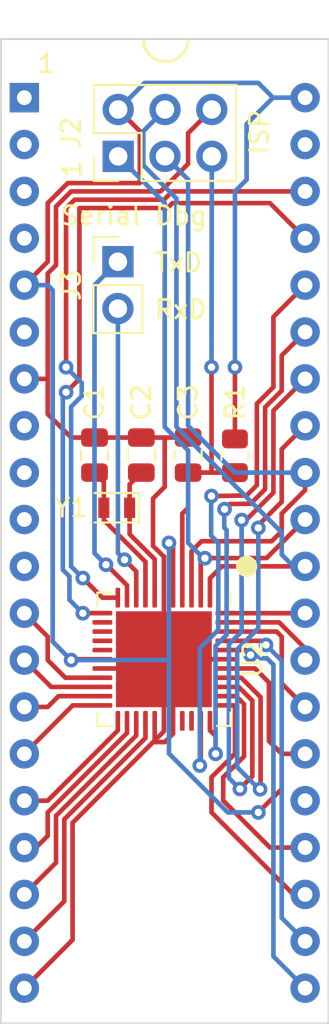
<source format=kicad_pcb>
(kicad_pcb (version 20221018) (generator pcbnew)
  (layers (0 "F.Cu" signal) (31 "B.Cu" signal) (34 "B.Paste" user) (35 "F.Paste" user) (36 "B.SilkS" user "B.Silkscreen") (37 "F.SilkS" user "F.Silkscreen") (38 "B.Mask" user) (39 "F.Mask" user) (44 "Edge.Cuts" user))
  (net 0 "")
  (net 5 "+5V")
  (net 7 "GNDREF")
  (net 14 "Net-(U2-XTAL1)")
  (net 15 "Net-(U2-XTAL2)")
  (net 22 "/RESET")
  (net 23 "/COL7")
  (net 24 "/COL6")
  (net 25 "/COL5")
  (net 26 "/COL4")
  (net 27 "/COL3")
  (net 28 "/COL2")
  (net 29 "/COL1")
  (net 30 "/COL0")
  (net 31 "/ROW0")
  (net 32 "/ROW1")
  (net 33 "/ROW2")
  (net 34 "/ROW3")
  (net 35 "/ROW4")
  (net 36 "/ROW5")
  (net 37 "/ROW6")
  (net 38 "/ROW7")
  (net 39 "/ROW8")
  (net 40 "/ROW9")
  (net 41 "/KB_DATA")
  (net 42 "/KB_CLK")
  (net 43 "/TXD")
  (net 44 "/RXD")
  (net 45 "/OPT")
  (net 46 "/CMD")
  (net 47 "/SHIFT")
  (net 48 "/LOCK")
  (footprint "Capacitor_SMD:C_0805_2012Metric" (layer "F.Cu") (at 147.32 86.68 -90)
    (fp_text reference "C1" (at -2.86 0 90) (layer "F.SilkS"))
    (fp_text value "22p")
    (fp_line (start -0.261252 -0.735) (end 0.261252 -0.735) (stroke (width 0.12)) (layer "F.SilkS"))
    (fp_line (start -0.261252 0.735) (end 0.261252 0.735) (stroke (width 0.12)) (layer "F.SilkS"))
    (pad "1" smd roundrect (at -0.95 0 270) (size 1 1.45) (layers "F.Cu" "F.Paste" "F.Mask") (net 7 "GNDREF"))
    (pad "2" smd roundrect (at 0.95 0 270) (size 1 1.45) (layers "F.Cu" "F.Paste" "F.Mask") (net 14 "Net-(U2-XTAL1)"))
  )
  (footprint "Resistor_SMD:R_0805_2012Metric" (layer "F.Cu") (at 154.94 86.7175 -90)
    (fp_text reference "R1" (at -2.8975 0 90) (layer "F.SilkS"))
    (fp_text value "4k7")
    (fp_line (start -0.227064 -0.735) (end 0.227064 -0.735) (stroke (width 0.12)) (layer "F.SilkS"))
    (fp_line (start -0.227064 0.735) (end 0.227064 0.735) (stroke (width 0.12)) (layer "F.SilkS"))
    (pad "1" smd roundrect (at -0.9125 0 270) (size 1.025 1.4) (layers "F.Cu" "F.Paste" "F.Mask") (roundrect_rratio 0.243902) (net 5 "+5V"))
    (pad "2" smd roundrect (at 0.9125 0 270) (size 1.025 1.4) (layers "F.Cu" "F.Paste" "F.Mask") (roundrect_rratio 0.243902) (net 22 "/RESET"))
  )
  (footprint "Capacitor_SMD:C_0805_2012Metric" (layer "F.Cu") (at 149.86 86.68 -90)
    (fp_text reference "C2" (at -2.86 0 90) (layer "F.SilkS"))
    (fp_text value "22p")
    (fp_line (start -0.261252 -0.735) (end 0.261252 -0.735) (stroke (width 0.12)) (layer "F.SilkS"))
    (fp_line (start -0.261252 0.735) (end 0.261252 0.735) (stroke (width 0.12)) (layer "F.SilkS"))
    (pad "1" smd roundrect (at -0.95 0 270) (size 1 1.45) (layers "F.Cu" "F.Paste" "F.Mask") (net 7 "GNDREF"))
    (pad "2" smd roundrect (at 0.95 0 270) (size 1 1.45) (layers "F.Cu" "F.Paste" "F.Mask") (net 15 "Net-(U2-XTAL2)"))
  )
  (footprint "Capacitor_SMD:C_0805_2012Metric" (layer "F.Cu") (at 152.4 86.68 -90)
    (fp_text reference "C3" (at -2.86 0 90) (layer "F.SilkS"))
    (fp_text value "1u")
    (fp_line (start -0.261252 -0.735) (end 0.261252 -0.735) (stroke (width 0.12)) (layer "F.SilkS"))
    (fp_line (start -0.261252 0.735) (end 0.261252 0.735) (stroke (width 0.12)) (layer "F.SilkS"))
    (pad "1" smd roundrect (at -0.95 0 270) (size 1 1.45) (layers "F.Cu" "F.Paste" "F.Mask") (net 7 "GNDREF"))
    (pad "2" smd roundrect (at 0.95 0 270) (size 1 1.45) (layers "F.Cu" "F.Paste" "F.Mask") (net 22 "/RESET"))
  )
  (footprint "m0110a:Conn_2.54_W15.24mm" (layer "F.Cu") (at 143.51 67.31)
    (fp_text reference "J1" hide)
    (fp_text value "Conn_01x40_Pin")
    (pad "1" thru_hole rect (at 0 0) (size 1.6 1.6) (drill 0.8) (layers "*.Cu" "*.Mask"))
    (pad "2" thru_hole oval (at 0 2.54) (size 1.6 1.6) (drill 0.8) (layers "*.Cu" "*.Mask"))
    (pad "3" thru_hole oval (at 0 5.08) (size 1.6 1.6) (drill 0.8) (layers "*.Cu" "*.Mask"))
    (pad "4" thru_hole oval (at 0 7.62) (size 1.6 1.6) (drill 0.8) (layers "*.Cu" "*.Mask"))
    (pad "5" thru_hole oval (at 0 10.16) (size 1.6 1.6) (drill 0.8) (layers "*.Cu" "*.Mask") (net 5 "+5V"))
    (pad "6" thru_hole oval (at 0 12.7) (size 1.6 1.6) (drill 0.8) (layers "*.Cu" "*.Mask"))
    (pad "7" thru_hole oval (at 0 15.24) (size 1.6 1.6) (drill 0.8) (layers "*.Cu" "*.Mask") (net 7 "GNDREF"))
    (pad "8" thru_hole oval (at 0 17.78) (size 1.6 1.6) (drill 0.8) (layers "*.Cu" "*.Mask"))
    (pad "9" thru_hole oval (at 0 20.32) (size 1.6 1.6) (drill 0.8) (layers "*.Cu" "*.Mask"))
    (pad "10" thru_hole oval (at 0 22.86) (size 1.6 1.6) (drill 0.8) (layers "*.Cu" "*.Mask"))
    (pad "11" thru_hole oval (at 0 25.4) (size 1.6 1.6) (drill 0.8) (layers "*.Cu" "*.Mask"))
    (pad "12" thru_hole oval (at 0 27.94) (size 1.6 1.6) (drill 0.8) (layers "*.Cu" "*.Mask") (net 23 "/COL7"))
    (pad "13" thru_hole oval (at 0 30.48) (size 1.6 1.6) (drill 0.8) (layers "*.Cu" "*.Mask") (net 24 "/COL6"))
    (pad "14" thru_hole oval (at 0 33.02) (size 1.6 1.6) (drill 0.8) (layers "*.Cu" "*.Mask") (net 25 "/COL5"))
    (pad "15" thru_hole oval (at 0 35.56) (size 1.6 1.6) (drill 0.8) (layers "*.Cu" "*.Mask") (net 26 "/COL4"))
    (pad "16" thru_hole oval (at 0 38.1) (size 1.6 1.6) (drill 0.8) (layers "*.Cu" "*.Mask") (net 27 "/COL3"))
    (pad "17" thru_hole oval (at 0 40.64) (size 1.6 1.6) (drill 0.8) (layers "*.Cu" "*.Mask") (net 28 "/COL2"))
    (pad "18" thru_hole oval (at 0 43.18) (size 1.6 1.6) (drill 0.8) (layers "*.Cu" "*.Mask") (net 29 "/COL1"))
    (pad "19" thru_hole oval (at 0 45.72) (size 1.6 1.6) (drill 0.8) (layers "*.Cu" "*.Mask") (net 30 "/COL0"))
    (pad "20" thru_hole oval (at 0 48.26) (size 1.6 1.6) (drill 0.8) (layers "*.Cu" "*.Mask") (net 7 "GNDREF"))
    (pad "21" thru_hole oval (at 15.24 48.26) (size 1.6 1.6) (drill 0.8) (layers "*.Cu" "*.Mask") (net 31 "/ROW0"))
    (pad "22" thru_hole oval (at 15.24 45.72) (size 1.6 1.6) (drill 0.8) (layers "*.Cu" "*.Mask") (net 32 "/ROW1"))
    (pad "23" thru_hole oval (at 15.24 43.18) (size 1.6 1.6) (drill 0.8) (layers "*.Cu" "*.Mask") (net 47 "/SHIFT"))
    (pad "24" thru_hole oval (at 15.24 40.64) (size 1.6 1.6) (drill 0.8) (layers "*.Cu" "*.Mask") (net 48 "/LOCK"))
    (pad "25" thru_hole oval (at 15.24 38.1) (size 1.6 1.6) (drill 0.8) (layers "*.Cu" "*.Mask"))
    (pad "26" thru_hole oval (at 15.24 35.56) (size 1.6 1.6) (drill 0.8) (layers "*.Cu" "*.Mask") (net 5 "+5V"))
    (pad "27" thru_hole oval (at 15.24 33.02) (size 1.6 1.6) (drill 0.8) (layers "*.Cu" "*.Mask") (net 33 "/ROW2"))
    (pad "28" thru_hole oval (at 15.24 30.48) (size 1.6 1.6) (drill 0.8) (layers "*.Cu" "*.Mask") (net 34 "/ROW3"))
    (pad "29" thru_hole oval (at 15.24 27.94) (size 1.6 1.6) (drill 0.8) (layers "*.Cu" "*.Mask") (net 35 "/ROW4"))
    (pad "30" thru_hole oval (at 15.24 25.4) (size 1.6 1.6) (drill 0.8) (layers "*.Cu" "*.Mask") (net 36 "/ROW5"))
    (pad "31" thru_hole oval (at 15.24 22.86) (size 1.6 1.6) (drill 0.8) (layers "*.Cu" "*.Mask") (net 37 "/ROW6"))
    (pad "32" thru_hole oval (at 15.24 20.32) (size 1.6 1.6) (drill 0.8) (layers "*.Cu" "*.Mask") (net 38 "/ROW7"))
    (pad "33" thru_hole oval (at 15.24 17.78) (size 1.6 1.6) (drill 0.8) (layers "*.Cu" "*.Mask") (net 39 "/ROW8"))
    (pad "34" thru_hole oval (at 15.24 15.24) (size 1.6 1.6) (drill 0.8) (layers "*.Cu" "*.Mask") (net 40 "/ROW9"))
    (pad "35" thru_hole oval (at 15.24 12.7) (size 1.6 1.6) (drill 0.8) (layers "*.Cu" "*.Mask") (net 45 "/OPT"))
    (pad "36" thru_hole oval (at 15.24 10.16) (size 1.6 1.6) (drill 0.8) (layers "*.Cu" "*.Mask") (net 46 "/CMD"))
    (pad "37" thru_hole oval (at 15.24 7.62) (size 1.6 1.6) (drill 0.8) (layers "*.Cu" "*.Mask") (net 42 "/KB_CLK"))
    (pad "38" thru_hole oval (at 15.24 5.08) (size 1.6 1.6) (drill 0.8) (layers "*.Cu" "*.Mask") (net 41 "/KB_DATA"))
    (pad "39" thru_hole oval (at 15.24 2.54) (size 1.6 1.6) (drill 0.8) (layers "*.Cu" "*.Mask"))
    (pad "40" thru_hole oval (at 15.24 0) (size 1.6 1.6) (drill 0.8) (layers "*.Cu" "*.Mask") (net 5 "+5V"))
  )
  (footprint "Connector_PinHeader_2.54mm:PinHeader_2x03_P2.54mm_Vertical" (layer "F.Cu") (at 148.605 70.49 90)
    (fp_text reference "J2" (at 1.275 -2.555 90) (layer "F.SilkS"))
    (fp_text value "ISP" hide)
    (fp_line (start -1.33 -1.33) (end 0 -1.33) (stroke (width 0.12)) (layer "F.SilkS"))
    (fp_line (start -1.33 0) (end -1.33 -1.33) (stroke (width 0.12)) (layer "F.SilkS"))
    (fp_line (start -1.33 1.27) (end -1.33 6.41) (stroke (width 0.12)) (layer "F.SilkS"))
    (fp_line (start -1.33 1.27) (end 1.27 1.27) (stroke (width 0.12)) (layer "F.SilkS"))
    (fp_line (start -1.33 6.41) (end 3.87 6.41) (stroke (width 0.12)) (layer "F.SilkS"))
    (fp_line (start 1.27 -1.33) (end 3.87 -1.33) (stroke (width 0.12)) (layer "F.SilkS"))
    (fp_line (start 1.27 1.27) (end 1.27 -1.33) (stroke (width 0.12)) (layer "F.SilkS"))
    (fp_line (start 3.87 -1.33) (end 3.87 6.41) (stroke (width 0.12)) (layer "F.SilkS"))
    (pad "1" thru_hole rect (at 0 0 90) (size 1.7 1.7) (drill 1) (layers "*.Cu" "*.Mask") (net 37 "/ROW6"))
    (pad "2" thru_hole oval (at 2.54 0 90) (size 1.7 1.7) (drill 1) (layers "*.Cu" "*.Mask") (net 5 "+5V"))
    (pad "3" thru_hole oval (at 0 2.54 90) (size 1.7 1.7) (drill 1) (layers "*.Cu" "*.Mask") (net 38 "/ROW7"))
    (pad "4" thru_hole oval (at 2.54 2.54 90) (size 1.7 1.7) (drill 1) (layers "*.Cu" "*.Mask") (net 36 "/ROW5"))
    (pad "5" thru_hole oval (at 0 5.08 90) (size 1.7 1.7) (drill 1) (layers "*.Cu" "*.Mask") (net 22 "/RESET"))
    (pad "6" thru_hole oval (at 2.54 5.08 90) (size 1.7 1.7) (drill 1) (layers "*.Cu" "*.Mask") (net 7 "GNDREF"))
  )
  (footprint "Crystal:Crystal_SMD_2012-2Pin_2.0x1.2mm" (layer "F.Cu") (at 148.525 89.535 180)
    (fp_text reference "Y1" (at 2.475 0) (layer "F.SilkS"))
    (fp_text value "8 MHz")
    (fp_line (start -1.2 -0.8) (end -1.2 0.8) (stroke (width 0.12)) (layer "F.SilkS"))
    (fp_line (start -1.2 0.8) (end 1.2 0.8) (stroke (width 0.12)) (layer "F.SilkS"))
    (fp_line (start 1.2 -0.8) (end -1.2 -0.8) (stroke (width 0.12)) (layer "F.SilkS"))
    (pad "1" smd rect (at -0.7 0 180) (size 0.6 1.1) (layers "F.Cu" "F.Paste" "F.Mask") (net 15 "Net-(U2-XTAL2)"))
    (pad "2" smd rect (at 0.7 0 180) (size 0.6 1.1) (layers "F.Cu" "F.Paste" "F.Mask") (net 14 "Net-(U2-XTAL1)"))
  )
  (footprint "Package_DFN_QFN:QFN-44-1EP_7x7mm_P0.5mm_EP5.2x5.2mm" (layer "F.Cu") (at 151.085 97.745 -90)
    (fp_text reference "U2" (at 0 -4.82 90) (layer "F.SilkS"))
    (fp_text value "ATmega32A-M" hide)
    (fp_line (start -3.61 3.61) (end -3.61 2.885) (stroke (width 0.12)) (layer "F.SilkS"))
    (fp_line (start -2.885 -3.61) (end -3.61 -3.61) (stroke (width 0.12)) (layer "F.SilkS"))
    (fp_line (start -2.885 3.61) (end -3.61 3.61) (stroke (width 0.12)) (layer "F.SilkS"))
    (fp_line (start 2.885 -3.61) (end 3.61 -3.61) (stroke (width 0.12)) (layer "F.SilkS"))
    (fp_line (start 2.885 3.61) (end 3.61 3.61) (stroke (width 0.12)) (layer "F.SilkS"))
    (fp_line (start 3.61 -3.61) (end 3.61 -2.885) (stroke (width 0.12)) (layer "F.SilkS"))
    (fp_line (start 3.61 3.61) (end 3.61 2.885) (stroke (width 0.12)) (layer "F.SilkS"))
    (pad "1" smd roundrect (at -3.3375 -2.5 270) (size 1.075 0.25) (layers "F.Cu" "F.Paste" "F.Mask") (net 36 "/ROW5"))
    (pad "2" smd roundrect (at -3.3375 -2 270) (size 1.075 0.25) (layers "F.Cu" "F.Paste" "F.Mask") (net 37 "/ROW6"))
    (pad "3" smd roundrect (at -3.3375 -1.5 270) (size 1.075 0.25) (layers "F.Cu" "F.Paste" "F.Mask") (net 38 "/ROW7"))
    (pad "4" smd roundrect (at -3.3375 -1 270) (size 1.075 0.25) (layers "F.Cu" "F.Paste" "F.Mask") (net 22 "/RESET"))
    (pad "5" smd roundrect (at -3.3375 -0.5 270) (size 1.075 0.25) (layers "F.Cu" "F.Paste" "F.Mask") (net 5 "+5V"))
    (pad "6" smd roundrect (at -3.3375 0 270) (size 1.075 0.25) (layers "F.Cu" "F.Paste" "F.Mask") (net 7 "GNDREF"))
    (pad "7" smd roundrect (at -3.3375 0.5 270) (size 1.075 0.25) (layers "F.Cu" "F.Paste" "F.Mask") (net 15 "Net-(U2-XTAL2)"))
    (pad "8" smd roundrect (at -3.3375 1 270) (size 1.075 0.25) (layers "F.Cu" "F.Paste" "F.Mask") (net 14 "Net-(U2-XTAL1)"))
    (pad "9" smd roundrect (at -3.3375 1.5 270) (size 1.075 0.25) (layers "F.Cu" "F.Paste" "F.Mask") (net 44 "/RXD"))
    (pad "10" smd roundrect (at -3.3375 2 270) (size 1.075 0.25) (layers "F.Cu" "F.Paste" "F.Mask") (net 43 "/TXD"))
    (pad "11" smd roundrect (at -3.3375 2.5 270) (size 1.075 0.25) (layers "F.Cu" "F.Paste" "F.Mask") (net 41 "/KB_DATA"))
    (pad "12" smd roundrect (at -2.5 3.3375 270) (size 0.25 1.075) (layers "F.Cu" "F.Paste" "F.Mask") (net 42 "/KB_CLK"))
    (pad "13" smd roundrect (at -2 3.3375 270) (size 0.25 1.075) (layers "F.Cu" "F.Paste" "F.Mask"))
    (pad "14" smd roundrect (at -1.5 3.3375 270) (size 0.25 1.075) (layers "F.Cu" "F.Paste" "F.Mask"))
    (pad "15" smd roundrect (at -1 3.3375 270) (size 0.25 1.075) (layers "F.Cu" "F.Paste" "F.Mask"))
    (pad "16" smd roundrect (at -0.5 3.3375 270) (size 0.25 1.075) (layers "F.Cu" "F.Paste" "F.Mask"))
    (pad "17" smd roundrect (at 0 3.3375 270) (size 0.25 1.075) (layers "F.Cu" "F.Paste" "F.Mask") (net 5 "+5V"))
    (pad "18" smd roundrect (at 0.5 3.3375 270) (size 0.25 1.075) (layers "F.Cu" "F.Paste" "F.Mask") (net 7 "GNDREF"))
    (pad "19" smd roundrect (at 1 3.3375 270) (size 0.25 1.075) (layers "F.Cu" "F.Paste" "F.Mask") (net 23 "/COL7"))
    (pad "20" smd roundrect (at 1.5 3.3375 270) (size 0.25 1.075) (layers "F.Cu" "F.Paste" "F.Mask") (net 24 "/COL6"))
    (pad "21" smd roundrect (at 2 3.3375 270) (size 0.25 1.075) (layers "F.Cu" "F.Paste" "F.Mask") (net 25 "/COL5"))
    (pad "22" smd roundrect (at 2.5 3.3375 270) (size 0.25 1.075) (layers "F.Cu" "F.Paste" "F.Mask") (net 26 "/COL4"))
    (pad "23" smd roundrect (at 3.3375 2.5 270) (size 1.075 0.25) (layers "F.Cu" "F.Paste" "F.Mask") (net 27 "/COL3"))
    (pad "24" smd roundrect (at 3.3375 2 270) (size 1.075 0.25) (layers "F.Cu" "F.Paste" "F.Mask") (net 28 "/COL2"))
    (pad "25" smd roundrect (at 3.3375 1.5 270) (size 1.075 0.25) (layers "F.Cu" "F.Paste" "F.Mask") (net 29 "/COL1"))
    (pad "26" smd roundrect (at 3.3375 1 270) (size 1.075 0.25) (layers "F.Cu" "F.Paste" "F.Mask") (net 30 "/COL0"))
    (pad "27" smd roundrect (at 3.3375 0.5 270) (size 1.075 0.25) (layers "F.Cu" "F.Paste" "F.Mask") (net 7 "GNDREF"))
    (pad "28" smd roundrect (at 3.3375 0 270) (size 1.075 0.25) (layers "F.Cu" "F.Paste" "F.Mask") (net 7 "GNDREF"))
    (pad "29" smd roundrect (at 3.3375 -0.5 270) (size 1.075 0.25) (layers "F.Cu" "F.Paste" "F.Mask") (net 7 "GNDREF"))
    (pad "30" smd roundrect (at 3.3375 -1 270) (size 1.075 0.25) (layers "F.Cu" "F.Paste" "F.Mask"))
    (pad "31" smd roundrect (at 3.3375 -1.5 270) (size 1.075 0.25) (layers "F.Cu" "F.Paste" "F.Mask"))
    (pad "32" smd roundrect (at 3.3375 -2 270) (size 1.075 0.25) (layers "F.Cu" "F.Paste" "F.Mask") (net 46 "/CMD"))
    (pad "33" smd roundrect (at 3.3375 -2.5 270) (size 1.075 0.25) (layers "F.Cu" "F.Paste" "F.Mask") (net 45 "/OPT"))
    (pad "34" smd roundrect (at 2.5 -3.3375 270) (size 0.25 1.075) (layers "F.Cu" "F.Paste" "F.Mask") (net 47 "/SHIFT"))
    (pad "35" smd roundrect (at 2 -3.3375 270) (size 0.25 1.075) (layers "F.Cu" "F.Paste" "F.Mask") (net 48 "/LOCK"))
    (pad "36" smd roundrect (at 1.5 -3.3375 270) (size 0.25 1.075) (layers "F.Cu" "F.Paste" "F.Mask") (net 40 "/ROW9"))
    (pad "37" smd roundrect (at 1 -3.3375 270) (size 0.25 1.075) (layers "F.Cu" "F.Paste" "F.Mask") (net 39 "/ROW8"))
    (pad "38" smd roundrect (at 0.5 -3.3375 270) (size 0.25 1.075) (layers "F.Cu" "F.Paste" "F.Mask") (net 5 "+5V"))
    (pad "39" smd roundrect (at 0 -3.3375 270) (size 0.25 1.075) (layers "F.Cu" "F.Paste" "F.Mask") (net 7 "GNDREF"))
    (pad "40" smd roundrect (at -0.5 -3.3375 270) (size 0.25 1.075) (layers "F.Cu" "F.Paste" "F.Mask") (net 31 "/ROW0"))
    (pad "41" smd roundrect (at -1 -3.3375 270) (size 0.25 1.075) (layers "F.Cu" "F.Paste" "F.Mask") (net 32 "/ROW1"))
    (pad "42" smd roundrect (at -1.5 -3.3375 270) (size 0.25 1.075) (layers "F.Cu" "F.Paste" "F.Mask") (net 33 "/ROW2"))
    (pad "43" smd roundrect (at -2 -3.3375 270) (size 0.25 1.075) (layers "F.Cu" "F.Paste" "F.Mask") (net 34 "/ROW3"))
    (pad "44" smd roundrect (at -2.5 -3.3375 270) (size 0.25 1.075) (layers "F.Cu" "F.Paste" "F.Mask") (net 35 "/ROW4"))
    (pad "45" smd rect (at 0 0 270) (size 5.2 5.2) (layers "F.Cu" "F.Mask") (net 7 "GNDREF"))
  )
  (footprint "Connector_PinHeader_2.54mm:PinHeader_1x02_P2.54mm_Vertical" (layer "F.Cu") (at 148.59 76.2)
    (fp_text reference "J3" (at -2.54 1.27 90) (layer "F.SilkS"))
    (fp_text value "Serial" hide)
    (fp_line (start -1.33 -1.33) (end 0 -1.33) (stroke (width 0.12)) (layer "F.SilkS"))
    (fp_line (start -1.33 0) (end -1.33 -1.33) (stroke (width 0.12)) (layer "F.SilkS"))
    (fp_line (start -1.33 1.27) (end -1.33 3.87) (stroke (width 0.12)) (layer "F.SilkS"))
    (fp_line (start -1.33 1.27) (end 1.33 1.27) (stroke (width 0.12)) (layer "F.SilkS"))
    (fp_line (start -1.33 3.87) (end 1.33 3.87) (stroke (width 0.12)) (layer "F.SilkS"))
    (fp_line (start 1.33 1.27) (end 1.33 3.87) (stroke (width 0.12)) (layer "F.SilkS"))
    (pad "1" thru_hole rect (at 0 0) (size 1.7 1.7) (drill 1) (layers "*.Cu" "*.Mask") (net 43 "/TXD"))
    (pad "2" thru_hole oval (at 0 2.54) (size 1.7 1.7) (drill 1) (layers "*.Cu" "*.Mask") (net 44 "/RXD"))
  )
  (gr_circle (center 155.575 92.71) (end 156.075 92.71) (stroke (width 0.15)) (fill solid) (layer "F.SilkS"))
  (gr_arc (start 152.4 64.135) (mid 151.184908 65.350092) (end 149.969816 64.135) (stroke (width 0.15)) (layer "F.SilkS"))
  (gr_rect (start 142.24 64.135) (end 160.02 117.475) (stroke (width 0.1)) (fill none) (layer "Edge.Cuts"))
  (gr_text "ISP" (at 156.845 70.485 90) (layer "F.SilkS") (effects (font (size 1 1)) (justify left bottom)))
  (gr_text "1" (at 146.685 71.755 90) (layer "F.SilkS") (effects (font (size 1 1)) (justify left bottom)))
  (gr_text "1" (at 144.145 66.04) (layer "F.SilkS") (effects (font (size 1 1)) (justify left bottom)))
  (gr_text "RxD" (at 150.495 79.375) (layer "F.SilkS") (effects (font (size 1 1)) (justify left bottom)))
  (gr_text "Serial Dbg" (at 145.415 74.295) (layer "F.SilkS") (effects (font (size 1 1)) (justify left bottom)))
  (gr_text "TxD" (at 150.495 76.835) (layer "F.SilkS") (effects (font (size 1 1)) (justify left bottom)))
  (segment (start 146.05 97.79) (end 146.095 97.745) (width 0.25) (layer "F.Cu") (net 5))
  (segment (start 145.865 71.94) (end 144.78 73.025) (width 0.25) (layer "F.Cu") (net 5))
  (segment (start 157.48 104.775) (end 156.21 106.045) (width 0.25) (layer "F.Cu") (net 5))
  (segment (start 146.095 97.745) (end 147.7475 97.745) (width 0.25) (layer "F.Cu") (net 5))
  (segment (start 149.78 71.94) (end 145.865 71.94) (width 0.25) (layer "F.Cu") (net 5))
  (segment (start 156.785 99) (end 156.785 102.175) (width 0.25) (layer "F.Cu") (net 5))
  (segment (start 156.03 98.245) (end 156.785 99) (width 0.25) (layer "F.Cu") (net 5))
  (segment (start 158.75 102.87) (end 158.115 102.87) (width 0.25) (layer "F.Cu") (net 5))
  (segment (start 149.78 69.125) (end 149.78 71.94) (width 0.25) (layer "F.Cu") (net 5))
  (segment (start 144.78 73.025) (end 144.78 76.2) (width 0.25) (layer "F.Cu") (net 5))
  (segment (start 156.21 106.045) (end 156.5275 105.7275) (width 0.25) (layer "F.Cu") (net 5))
  (segment (start 157.48 102.87) (end 157.48 104.775) (width 0.25) (layer "F.Cu") (net 5))
  (segment (start 156.785 102.175) (end 157.48 102.87) (width 0.25) (layer "F.Cu") (net 5))
  (segment (start 154.94 81.915) (end 154.94 85.805) (width 0.25) (layer "F.Cu") (net 5))
  (segment (start 158.115 102.87) (end 157.48 102.87) (width 0.25) (layer "F.Cu") (net 5))
  (segment (start 154.4225 98.245) (end 156.03 98.245) (width 0.25) (layer "F.Cu") (net 5))
  (segment (start 144.78 76.2) (end 143.51 77.47) (width 0.25) (layer "F.Cu") (net 5))
  (segment (start 151.585 91.6645) (end 151.585 94.4075) (width 0.25) (layer "F.Cu") (net 5))
  (segment (start 148.605 67.95) (end 149.78 69.125) (width 0.25) (layer "F.Cu") (net 5))
  (segment (start 151.3605 91.44) (end 151.585 91.6645) (width 0.25) (layer "F.Cu") (net 5))
  (via (at 146.05 97.79) (size 0.8) (drill 0.4) (layers "F.Cu" "B.Cu") (net 5))
  (via (at 154.94 81.915) (size 0.8) (drill 0.4) (layers "F.Cu" "B.Cu") (net 5))
  (via (at 151.3605 91.44) (size 0.8) (drill 0.4) (layers "F.Cu" "B.Cu") (net 5))
  (via (at 156.21 106.045) (size 0.8) (drill 0.4) (layers "F.Cu" "B.Cu") (net 5))
  (segment (start 151.3605 102.855805) (end 151.3605 96.2895) (width 0.25) (layer "B.Cu") (net 5))
  (segment (start 151.3605 91.44) (end 151.3605 96.2895) (width 0.25) (layer "B.Cu") (net 5))
  (segment (start 158.75 67.31) (end 157.009999 67.31) (width 0.25) (layer "B.Cu") (net 5))
  (segment (start 145.0505 77.7405) (end 144.78 77.47) (width 0.25) (layer "B.Cu") (net 5))
  (segment (start 154.94 72.39) (end 155.575 71.755) (width 0.25) (layer "B.Cu") (net 5))
  (segment (start 144.78 77.47) (end 143.51 77.47) (width 0.25) (layer "B.Cu") (net 5))
  (segment (start 146.05 97.79) (end 145.0505 96.7905) (width 0.25) (layer "B.Cu") (net 5))
  (segment (start 148.605 67.95) (end 150.044999 66.510001) (width 0.25) (layer "B.Cu") (net 5))
  (segment (start 154.94 81.915) (end 154.94 72.39) (width 0.25) (layer "B.Cu") (net 5))
  (segment (start 146.05 97.79) (end 151.3605 97.79) (width 0.25) (layer "B.Cu") (net 5))
  (segment (start 154.549695 106.045) (end 151.3605 102.855805) (width 0.25) (layer "B.Cu") (net 5))
  (segment (start 156.21 106.045) (end 154.549695 106.045) (width 0.25) (layer "B.Cu") (net 5))
  (segment (start 150.044999 66.510001) (end 156.21 66.510001) (width 0.25) (layer "B.Cu") (net 5))
  (segment (start 155.575 68.744999) (end 157.009999 67.31) (width 0.25) (layer "B.Cu") (net 5))
  (segment (start 155.575 71.755) (end 155.575 68.744999) (width 0.25) (layer "B.Cu") (net 5))
  (segment (start 145.0505 96.7905) (end 145.0505 77.7405) (width 0.25) (layer "B.Cu") (net 5))
  (segment (start 151.3605 97.79) (end 151.3605 96.2895) (width 0.25) (layer "B.Cu") (net 5))
  (segment (start 157.009999 67.31) (end 156.21 66.510001) (width 0.25) (layer "B.Cu") (net 5))
  (segment (start 150.495 91.599805) (end 150.495 89.034087) (width 0.25) (layer "F.Cu") (net 7))
  (segment (start 152.4 70.896701) (end 150.906701 72.39) (width 0.25) (layer "F.Cu") (net 7))
  (segment (start 151.585 101.78) (end 151.13 102.235) (width 0.25) (layer "F.Cu") (net 7))
  (segment (start 147.7475 98.245) (end 150.585 98.245) (width 0.25) (layer "F.Cu") (net 7))
  (segment (start 151.085 101.0825) (end 151.085 101.555) (width 0.25) (layer "F.Cu") (net 7))
  (segment (start 150.585 102.149188) (end 150.497094 102.237094) (width 0.25) (layer "F.Cu") (net 7))
  (segment (start 144.78 82.55) (end 144.78 84.455) (width 0.25) (layer "F.Cu") (net 7))
  (segment (start 149.86 85.73) (end 151.13 85.73) (width 0.25) (layer "F.Cu") (net 7))
  (segment (start 152.4 69.235) (end 152.4 70.896701) (width 0.25) (layer "F.Cu") (net 7))
  (segment (start 151.585 101.0825) (end 151.585 101.78) (width 0.25) (layer "F.Cu") (net 7))
  (segment (start 151.085 101.0825) (end 151.085 97.745) (width 0.25) (layer "F.Cu") (net 7))
  (segment (start 151.085 94.4075) (end 151.085 92.165) (width 0.25) (layer "F.Cu") (net 7))
  (segment (start 153.685 67.95) (end 152.4 69.235) (width 0.25) (layer "F.Cu") (net 7))
  (segment (start 150.495 89.034087) (end 151.13 88.399087) (width 0.25) (layer "F.Cu") (net 7))
  (segment (start 147.32 85.73) (end 149.86 85.73) (width 0.25) (layer "F.Cu") (net 7))
  (segment (start 146.13 106.604188) (end 146.13 112.95) (width 0.25) (layer "F.Cu") (net 7))
  (segment (start 151.085 101.649188) (end 150.585 102.149188) (width 0.25) (layer "F.Cu") (net 7))
  (segment (start 150.585 98.305) (end 151.085 97.805) (width 0.25) (layer "F.Cu") (net 7))
  (segment (start 151.13 88.399087) (end 151.13 85.73) (width 0.25) (layer "F.Cu") (net 7))
  (segment (start 154.4225 97.745) (end 151.085 97.745) (width 0.25) (layer "F.Cu") (net 7))
  (segment (start 150.585 101.0825) (end 150.585 102.149188) (width 0.25) (layer "F.Cu") (net 7))
  (segment (start 146.055 85.73) (end 147.32 85.73) (width 0.25) (layer "F.Cu") (net 7))
  (segment (start 150.585 98.245) (end 151.085 97.745) (width 0.25) (layer "F.Cu") (net 7))
  (segment (start 150.499188 102.235) (end 150.497094 102.237094) (width 0.25) (layer "F.Cu") (net 7))
  (segment (start 144.78 76.836396) (end 144.78 82.55) (width 0.25) (layer "F.Cu") (net 7))
  (segment (start 145.23 73.211396) (end 145.23 76.386396) (width 0.25) (layer "F.Cu") (net 7))
  (segment (start 144.78 82.55) (end 143.51 82.55) (width 0.25) (layer "F.Cu") (net 7))
  (segment (start 151.085 94.4075) (end 151.085 97.745) (width 0.25) (layer "F.Cu") (net 7))
  (segment (start 150.497094 102.237094) (end 146.13 106.604188) (width 0.25) (layer "F.Cu") (net 7))
  (segment (start 151.585 98.245) (end 151.085 97.745) (width 0.25) (layer "F.Cu") (net 7))
  (segment (start 146.051396 72.39) (end 145.23 73.211396) (width 0.25) (layer "F.Cu") (net 7))
  (segment (start 151.060195 92.165) (end 150.495 91.599805) (width 0.25) (layer "F.Cu") (net 7))
  (segment (start 146.13 112.95) (end 143.51 115.57) (width 0.25) (layer "F.Cu") (net 7))
  (segment (start 145.23 76.386396) (end 144.78 76.836396) (width 0.25) (layer "F.Cu") (net 7))
  (segment (start 151.13 85.73) (end 152.4 85.73) (width 0.25) (layer "F.Cu") (net 7))
  (segment (start 151.635 98.355) (end 151.085 97.805) (width 0.25) (layer "F.Cu") (net 7))
  (segment (start 144.78 84.455) (end 146.055 85.73) (width 0.25) (layer "F.Cu") (net 7))
  (segment (start 150.906701 72.39) (end 146.051396 72.39) (width 0.25) (layer "F.Cu") (net 7))
  (segment (start 151.13 102.235) (end 150.499188 102.235) (width 0.25) (layer "F.Cu") (net 7))
  (segment (start 151.085 101.0825) (end 151.085 101.649188) (width 0.25) (layer "F.Cu") (net 7))
  (segment (start 151.585 101.0825) (end 151.585 98.245) (width 0.25) (layer "F.Cu") (net 7))
  (segment (start 151.085 92.165) (end 151.060195 92.165) (width 0.25) (layer "F.Cu") (net 7))
  (segment (start 147.825 90.202597) (end 150.085 92.462597) (width 0.25) (layer "F.Cu") (net 14))
  (segment (start 147.825 89.535) (end 147.825 90.202597) (width 0.25) (layer "F.Cu") (net 14))
  (segment (start 147.825 89.535) (end 147.825 88.135) (width 0.25) (layer "F.Cu") (net 14))
  (segment (start 147.825 88.135) (end 147.32 87.63) (width 0.25) (layer "F.Cu") (net 14))
  (segment (start 150.085 92.462597) (end 150.085 94.4075) (width 0.25) (layer "F.Cu") (net 14))
  (segment (start 149.86 87.63) (end 149.225 88.265) (width 0.25) (layer "F.Cu") (net 15))
  (segment (start 149.225 88.265) (end 149.225 89.535) (width 0.25) (layer "F.Cu") (net 15))
  (segment (start 149.225 90.966201) (end 150.585 92.326201) (width 0.25) (layer "F.Cu") (net 15))
  (segment (start 150.585 92.326201) (end 150.585 94.4075) (width 0.25) (layer "F.Cu") (net 15))
  (segment (start 149.225 89.535) (end 149.225 90.966201) (width 0.25) (layer "F.Cu") (net 15))
  (segment (start 154.94 87.63) (end 153.67 87.63) (width 0.25) (layer "F.Cu") (net 22))
  (segment (start 152.085 89.85) (end 152.085 94.4075) (width 0.25) (layer "F.Cu") (net 22))
  (segment (start 153.67 87.63) (end 152.4 87.63) (width 0.25) (layer "F.Cu") (net 22))
  (segment (start 152.4 87.63) (end 152.4 89.535) (width 0.25) (layer "F.Cu") (net 22))
  (segment (start 152.4 89.535) (end 152.085 89.85) (width 0.25) (layer "F.Cu") (net 22))
  (segment (start 153.67 81.915) (end 153.67 87.63) (width 0.25) (layer "F.Cu") (net 22))
  (via (at 153.67 81.915) (size 0.8) (drill 0.4) (layers "F.Cu" "B.Cu") (net 22))
  (segment (start 153.67 81.915) (end 153.685 81.9) (width 0.25) (layer "B.Cu") (net 22))
  (segment (start 153.685 70.49) (end 153.67 81.915) (width 0.25) (layer "B.Cu") (net 22))
  (segment (start 145.735 98.745) (end 147.7475 98.745) (width 0.25) (layer "F.Cu") (net 23))
  (segment (start 143.51 95.25) (end 144.78 96.52) (width 0.25) (layer "F.Cu") (net 23))
  (segment (start 144.78 96.52) (end 144.78 97.79) (width 0.25) (layer "F.Cu") (net 23))
  (segment (start 144.78 97.79) (end 145.735 98.745) (width 0.25) (layer "F.Cu") (net 23))
  (segment (start 143.51 97.79) (end 144.965 99.245) (width 0.25) (layer "F.Cu") (net 24))
  (segment (start 143.51 97.79) (end 143.51 97.155) (width 0.25) (layer "F.Cu") (net 24))
  (segment (start 144.965 99.245) (end 147.7475 99.245) (width 0.25) (layer "F.Cu") (net 24))
  (segment (start 145.365 99.745) (end 147.7475 99.745) (width 0.25) (layer "F.Cu") (net 25))
  (segment (start 144.78 100.33) (end 145.365 99.745) (width 0.25) (layer "F.Cu") (net 25))
  (segment (start 143.51 100.33) (end 144.78 100.33) (width 0.25) (layer "F.Cu") (net 25))
  (segment (start 146.135 100.245) (end 147.7475 100.245) (width 0.25) (layer "F.Cu") (net 26))
  (segment (start 143.51 102.87) (end 146.135 100.245) (width 0.25) (layer "F.Cu") (net 26))
  (segment (start 143.51 105.41) (end 144.78 105.41) (width 0.25) (layer "F.Cu") (net 27))
  (segment (start 148.585 101.605) (end 148.585 101.0825) (width 0.25) (layer "F.Cu") (net 27))
  (segment (start 144.78 105.41) (end 148.585 101.605) (width 0.25) (layer "F.Cu") (net 27))
  (segment (start 144.78 106.045) (end 149.083604 101.741396) (width 0.25) (layer "F.Cu") (net 28))
  (segment (start 144.78 107.315) (end 144.78 106.045) (width 0.25) (layer "F.Cu") (net 28))
  (segment (start 143.51 107.95) (end 144.145 107.95) (width 0.25) (layer "F.Cu") (net 28))
  (segment (start 144.145 107.95) (end 144.78 107.315) (width 0.25) (layer "F.Cu") (net 28))
  (segment (start 143.51 107.316396) (end 143.51 107.95) (width 0.25) (layer "F.Cu") (net 28))
  (segment (start 149.085 101.0825) (end 149.085 101.741396) (width 0.25) (layer "F.Cu") (net 28))
  (segment (start 143.51 110.49) (end 145.23 108.77) (width 0.25) (layer "F.Cu") (net 29))
  (segment (start 145.23 108.77) (end 145.23 106.231396) (width 0.25) (layer "F.Cu") (net 29))
  (segment (start 149.585 101.876396) (end 149.585 101.0825) (width 0.25) (layer "F.Cu") (net 29))
  (segment (start 145.23 106.231396) (end 149.585 101.876396) (width 0.25) (layer "F.Cu") (net 29))
  (segment (start 150.085 101.0825) (end 150.085 102.012792) (width 0.25) (layer "F.Cu") (net 30))
  (segment (start 145.68 106.417792) (end 145.68 110.86) (width 0.25) (layer "F.Cu") (net 30))
  (segment (start 150.085 102.012792) (end 145.68 106.417792) (width 0.25) (layer "F.Cu") (net 30))
  (segment (start 145.68 110.86) (end 143.51 113.03) (width 0.25) (layer "F.Cu") (net 30))
  (segment (start 155.785537 97.51044) (end 155.520097 97.245) (width 0.25) (layer "F.Cu") (net 31))
  (segment (start 155.520097 97.245) (end 154.4225 97.245) (width 0.25) (layer "F.Cu") (net 31))
  (segment (start 155.78879 97.51044) (end 155.785537 97.51044) (width 0.25) (layer "F.Cu") (net 31))
  (via (at 155.78879 97.51044) (size 0.8) (drill 0.4) (layers "F.Cu" "B.Cu") (net 31))
  (segment (start 157.03 113.85) (end 158.75 115.57) (width 0.25) (layer "B.Cu") (net 31))
  (segment (start 155.78879 97.51044) (end 156.144895 97.51044) (width 0.25) (layer "B.Cu") (net 31))
  (segment (start 156.328955 97.6945) (end 156.678675 97.6945) (width 0.25) (layer "B.Cu") (net 31))
  (segment (start 157.03 98.045825) (end 157.03 113.85) (width 0.25) (layer "B.Cu") (net 31))
  (segment (start 156.678675 97.6945) (end 157.03 98.045825) (width 0.25) (layer "B.Cu") (net 31))
  (segment (start 156.144895 97.51044) (end 156.328955 97.6945) (width 0.25) (layer "B.Cu") (net 31))
  (segment (start 156.62926 96.9695) (end 156.40476 96.745) (width 0.25) (layer "F.Cu") (net 32))
  (segment (start 156.40476 96.745) (end 154.4225 96.745) (width 0.25) (layer "F.Cu") (net 32))
  (via (at 156.62926 96.9695) (size 0.8) (drill 0.4) (layers "F.Cu" "B.Cu") (net 32))
  (segment (start 157.48 111.76) (end 158.75 113.03) (width 0.25) (layer "B.Cu") (net 32))
  (segment (start 157.48 97.82024) (end 157.48 111.76) (width 0.25) (layer "B.Cu") (net 32))
  (segment (start 156.62926 96.9695) (end 157.48 97.82024) (width 0.25) (layer "B.Cu") (net 32))
  (segment (start 157.48 96.521396) (end 157.203604 96.245) (width 0.25) (layer "F.Cu") (net 33))
  (segment (start 157.203604 96.245) (end 154.4225 96.245) (width 0.25) (layer "F.Cu") (net 33))
  (segment (start 157.48 99.06) (end 157.48 96.521396) (width 0.25) (layer "F.Cu") (net 33))
  (segment (start 158.75 100.33) (end 157.48 99.06) (width 0.25) (layer "F.Cu") (net 33))
  (segment (start 158.75 97.79) (end 158.75 97.155) (width 0.25) (layer "F.Cu") (net 34))
  (segment (start 158.75 97.155) (end 157.34 95.745) (width 0.25) (layer "F.Cu") (net 34))
  (segment (start 157.34 95.745) (end 154.4225 95.745) (width 0.25) (layer "F.Cu") (net 34))
  (segment (start 154.4275 95.25) (end 154.4225 95.245) (width 0.25) (layer "F.Cu") (net 35))
  (segment (start 158.75 95.25) (end 154.4275 95.25) (width 0.25) (layer "F.Cu") (net 35))
  (segment (start 158.75 92.71) (end 154.231875 92.71) (width 0.25) (layer "F.Cu") (net 36))
  (segment (start 154.231875 92.71) (end 153.585 93.356875) (width 0.25) (layer "F.Cu") (net 36))
  (segment (start 153.585 93.356875) (end 153.585 94.4075) (width 0.25) (layer "F.Cu") (net 36))
  (segment (start 149.97 70.976701) (end 151.765 72.771701) (width 0.25) (layer "B.Cu") (net 36))
  (segment (start 157.48 92.075) (end 158.115 92.71) (width 0.25) (layer "B.Cu") (net 36))
  (segment (start 158.115 92.71) (end 158.75 92.71) (width 0.25) (layer "B.Cu") (net 36))
  (segment (start 151.765 72.771701) (end 151.765 85.155195) (width 0.25) (layer "B.Cu") (net 36))
  (segment (start 149.97 69.125) (end 149.97 70.976701) (width 0.25) (layer "B.Cu") (net 36))
  (segment (start 157.48 90.870195) (end 157.48 92.075) (width 0.25) (layer "B.Cu") (net 36))
  (segment (start 151.145 67.95) (end 149.97 69.125) (width 0.25) (layer "B.Cu") (net 36))
  (segment (start 151.765 85.155195) (end 157.48 90.870195) (width 0.25) (layer "B.Cu") (net 36))
  (segment (start 153.085 92.494299) (end 153.085 94.4075) (width 0.25) (layer "F.Cu") (net 37))
  (segment (start 153.3095 92.269799) (end 153.319299 92.26) (width 0.25) (layer "F.Cu") (net 37))
  (segment (start 153.319299 92.26) (end 156.66 92.26) (width 0.25) (layer "F.Cu") (net 37))
  (segment (start 156.66 92.26) (end 158.75 90.17) (width 0.25) (layer "F.Cu") (net 37))
  (segment (start 153.3095 92.269799) (end 153.085 92.494299) (width 0.25) (layer "F.Cu") (net 37))
  (via (at 153.3095 92.269799) (size 0.8) (drill 0.4) (layers "F.Cu" "B.Cu") (net 37))
  (segment (start 153.229799 92.269799) (end 152.4 91.44) (width 0.25) (layer "B.Cu") (net 37))
  (segment (start 151.13 73.015) (end 148.605 70.49) (width 0.25) (layer "B.Cu") (net 37))
  (segment (start 153.3095 92.269799) (end 153.229799 92.269799) (width 0.25) (layer "B.Cu") (net 37))
  (segment (start 152.4 86.426591) (end 151.13 85.156591) (width 0.25) (layer "B.Cu") (net 37))
  (segment (start 151.13 85.156591) (end 151.13 73.015) (width 0.25) (layer "B.Cu") (net 37))
  (segment (start 152.4 91.44) (end 152.4 86.426591) (width 0.25) (layer "B.Cu") (net 37))
  (segment (start 153.125 91.35) (end 156.933604 91.35) (width 0.25) (layer "F.Cu") (net 38))
  (segment (start 152.585 94.4075) (end 152.585 91.89) (width 0.25) (layer "F.Cu") (net 38))
  (segment (start 156.933604 91.35) (end 157.479302 90.804302) (width 0.25) (layer "F.Cu") (net 38))
  (segment (start 158.75 87.63) (end 158.75 88.265) (width 0.25) (layer "F.Cu") (net 38))
  (segment (start 157.479302 89.849707) (end 158.75 88.579009) (width 0.25) (layer "F.Cu") (net 38))
  (segment (start 152.585 91.89) (end 153.125 91.35) (width 0.25) (layer "F.Cu") (net 38))
  (segment (start 158.75 88.579009) (end 158.75 87.63) (width 0.25) (layer "F.Cu") (net 38))
  (segment (start 157.479302 90.804302) (end 157.479302 89.849707) (width 0.25) (layer "F.Cu") (net 38))
  (segment (start 154.94 87.63) (end 158.75 87.63) (width 0.25) (layer "B.Cu") (net 38))
  (segment (start 151.145 70.49) (end 152.4 71.745) (width 0.25) (layer "B.Cu") (net 38))
  (segment (start 152.4 85.09) (end 154.94 87.63) (width 0.25) (layer "B.Cu") (net 38))
  (segment (start 152.4 71.745) (end 152.4 85.09) (width 0.25) (layer "B.Cu") (net 38))
  (segment (start 156.335 99.7992) (end 155.2808 98.745) (width 0.25) (layer "F.Cu") (net 39))
  (segment (start 156.3055 104.787548) (end 156.335 104.758048) (width 0.25) (layer "F.Cu") (net 39))
  (segment (start 156.21 90.6255) (end 156.21 90.482613) (width 0.25) (layer "F.Cu") (net 39))
  (segment (start 155.2808 98.745) (end 154.4225 98.745) (width 0.25) (layer "F.Cu") (net 39))
  (segment (start 157.48 86.36) (end 158.75 85.09) (width 0.25) (layer "F.Cu") (net 39))
  (segment (start 157.48 89.212613) (end 157.48 86.36) (width 0.25) (layer "F.Cu") (net 39))
  (segment (start 156.21 90.482613) (end 157.48 89.212613) (width 0.25) (layer "F.Cu") (net 39))
  (segment (start 156.335 104.758048) (end 156.335 99.7992) (width 0.25) (layer "F.Cu") (net 39))
  (via (at 156.3055 104.787548) (size 0.8) (drill 0.4) (layers "F.Cu" "B.Cu") (net 39))
  (via (at 156.21 90.6255) (size 0.8) (drill 0.4) (layers "F.Cu" "B.Cu") (net 39))
  (segment (start 156.21 96.063925) (end 156.21 90.6255) (width 0.25) (layer "B.Cu") (net 39))
  (segment (start 156.255743 104.787548) (end 155.06379 103.595595) (width 0.25) (layer "B.Cu") (net 39))
  (segment (start 155.06379 103.595595) (end 155.06379 97.210135) (width 0.25) (layer "B.Cu") (net 39))
  (segment (start 156.3055 104.787548) (end 156.255743 104.787548) (width 0.25) (layer "B.Cu") (net 39))
  (segment (start 155.06379 97.210135) (end 156.21 96.063925) (width 0.25) (layer "B.Cu") (net 39))
  (segment (start 155.144404 99.245) (end 154.4225 99.245) (width 0.25) (layer "F.Cu") (net 40))
  (segment (start 155.485 104.487243) (end 155.885 104.087243) (width 0.25) (layer "F.Cu") (net 40))
  (segment (start 155.542185 90.202815) (end 157.03 88.715) (width 0.25) (layer "F.Cu") (net 40))
  (segment (start 157.03 88.715) (end 157.03 84.27) (width 0.25) (layer "F.Cu") (net 40))
  (segment (start 155.885 104.087243) (end 155.885 99.985596) (width 0.25) (layer "F.Cu") (net 40))
  (segment (start 157.03 84.27) (end 158.75 82.55) (width 0.25) (layer "F.Cu") (net 40))
  (segment (start 155.885 99.985596) (end 155.144404 99.245) (width 0.25) (layer "F.Cu") (net 40))
  (segment (start 155.485 104.500692) (end 155.485 104.487243) (width 0.25) (layer "F.Cu") (net 40))
  (segment (start 155.210692 104.775) (end 155.485 104.500692) (width 0.25) (layer "F.Cu") (net 40))
  (segment (start 155.304272 90.202815) (end 155.542185 90.202815) (width 0.25) (layer "F.Cu") (net 40))
  (via (at 155.210692 104.775) (size 0.8) (drill 0.4) (layers "F.Cu" "B.Cu") (net 40))
  (via (at 155.304272 90.202815) (size 0.8) (drill 0.4) (layers "F.Cu" "B.Cu") (net 40))
  (segment (start 154.61379 104.178098) (end 155.210692 104.775) (width 0.25) (layer "B.Cu") (net 40))
  (segment (start 154.61379 96.934974) (end 154.61379 104.178098) (width 0.25) (layer "B.Cu") (net 40))
  (segment (start 155.304272 90.202815) (end 155.304272 96.244492) (width 0.25) (layer "B.Cu") (net 40))
  (segment (start 155.304272 96.244492) (end 154.61379 96.934974) (width 0.25) (layer "B.Cu") (net 40))
  (segment (start 145.7755 73.302292) (end 146.237792 72.84) (width 0.25) (layer "F.Cu") (net 41))
  (segment (start 147.7475 94.4075) (end 148.585 94.4075) (width 0.25) (layer "F.Cu") (net 41))
  (segment (start 151.093097 72.84) (end 151.543097 72.39) (width 0.25) (layer "F.Cu") (net 41))
  (segment (start 151.543097 72.39) (end 158.75 72.39) (width 0.25) (layer "F.Cu") (net 41))
  (segment (start 145.7755 81.915) (end 145.7755 73.302292) (width 0.25) (layer "F.Cu") (net 41))
  (segment (start 146.237792 72.84) (end 151.093097 72.84) (width 0.25) (layer "F.Cu") (net 41))
  (segment (start 146.685 93.345) (end 147.7475 94.4075) (width 0.25) (layer "F.Cu") (net 41))
  (via (at 145.7755 81.915) (size 0.8) (drill 0.4) (layers "F.Cu" "B.Cu") (net 41))
  (via (at 146.685 93.345) (size 0.8) (drill 0.4) (layers "F.Cu" "B.Cu") (net 41))
  (segment (start 146.05 92.71) (end 146.05 84.059903) (width 0.25) (layer "B.Cu") (net 41))
  (segment (start 146.624597 82.764097) (end 145.7755 81.915) (width 0.25) (layer "B.Cu") (net 41))
  (segment (start 146.05 84.059903) (end 146.624597 83.485306) (width 0.25) (layer "B.Cu") (net 41))
  (segment (start 146.685 93.345) (end 146.05 92.71) (width 0.25) (layer "B.Cu") (net 41))
  (segment (start 146.624597 83.485306) (end 146.624597 82.764097) (width 0.25) (layer "B.Cu") (net 41))
  (segment (start 145.777604 83.272396) (end 146.5 82.55) (width 0.25) (layer "F.Cu") (net 42))
  (segment (start 156.845 73.025) (end 158.75 74.93) (width 0.25) (layer "F.Cu") (net 42))
  (segment (start 151.279493 73.29) (end 151.544493 73.025) (width 0.25) (layer "F.Cu") (net 42))
  (segment (start 146.5 82.55) (end 146.5 73.29) (width 0.25) (layer "F.Cu") (net 42))
  (segment (start 151.544493 73.025) (end 156.845 73.025) (width 0.25) (layer "F.Cu") (net 42))
  (segment (start 146.69 95.245) (end 147.7475 95.245) (width 0.25) (layer "F.Cu") (net 42))
  (segment (start 146.685 95.25) (end 146.69 95.245) (width 0.25) (layer "F.Cu") (net 42))
  (segment (start 146.5 73.29) (end 151.279493 73.29) (width 0.25) (layer "F.Cu") (net 42))
  (via (at 145.777604 83.272396) (size 0.8) (drill 0.4) (layers "F.Cu" "B.Cu") (net 42))
  (via (at 146.685 95.25) (size 0.8) (drill 0.4) (layers "F.Cu" "B.Cu") (net 42))
  (segment (start 145.96 93.256396) (end 145.96 94.525) (width 0.25) (layer "B.Cu") (net 42))
  (segment (start 145.777604 83.272396) (end 145.6 83.45) (width 0.25) (layer "B.Cu") (net 42))
  (segment (start 145.6 92.896396) (end 145.96 93.256396) (width 0.25) (layer "B.Cu") (net 42))
  (segment (start 145.96 94.525) (end 146.685 95.25) (width 0.25) (layer "B.Cu") (net 42))
  (segment (start 145.6 83.45) (end 145.6 92.896396) (width 0.25) (layer "B.Cu") (net 42))
  (segment (start 148.03167 92.71) (end 148.057646 92.71) (width 0.25) (layer "F.Cu") (net 43))
  (segment (start 148.057646 92.71) (end 149.085 93.737354) (width 0.25) (layer "F.Cu") (net 43))
  (segment (start 149.085 93.737354) (end 149.085 94.4075) (width 0.25) (layer "F.Cu") (net 43))
  (segment (start 147.94217 92.6205) (end 148.03167 92.71) (width 0.25) (layer "F.Cu") (net 43))
  (via (at 147.94217 92.6205) (size 0.8) (drill 0.4) (layers "F.Cu" "B.Cu") (net 43))
  (segment (start 147.32 77.47) (end 148.59 76.2) (width 0.25) (layer "B.Cu") (net 43))
  (segment (start 147.32 91.99833) (end 147.32 77.47) (width 0.25) (layer "B.Cu") (net 43))
  (segment (start 147.94217 92.6205) (end 147.32 91.99833) (width 0.25) (layer "B.Cu") (net 43))
  (segment (start 149.585 92.987195) (end 149.585 94.4075) (width 0.25) (layer "F.Cu") (net 44))
  (segment (start 148.948902 92.351097) (end 149.585 92.987195) (width 0.25) (layer "F.Cu") (net 44))
  (via (at 148.948902 92.351097) (size 0.8) (drill 0.4) (layers "F.Cu" "B.Cu") (net 44))
  (segment (start 148.59 91.992195) (end 148.59 78.74) (width 0.25) (layer "B.Cu") (net 44))
  (segment (start 148.948902 92.351097) (end 148.59 91.992195) (width 0.25) (layer "B.Cu") (net 44))
  (segment (start 153.88929 102.87) (end 153.88929 101.90429) (width 0.25) (layer "F.Cu") (net 45))
  (segment (start 154.656098 89.333457) (end 154.376855 89.6127) (width 0.25) (layer "F.Cu") (net 45))
  (segment (start 154.376855 89.6127) (end 154.305 89.684555) (width 0.25) (layer "F.Cu") (net 45))
  (segment (start 157.48 81.28) (end 157.48 83.183604) (width 0.25) (layer "F.Cu") (net 45))
  (segment (start 155.578754 89.317919) (end 154.656098 89.333457) (width 0.25) (layer "F.Cu") (net 45))
  (segment (start 158.75 80.01) (end 157.48 81.28) (width 0.25) (layer "F.Cu") (net 45))
  (segment (start 153.585 101.6) (end 153.88929 101.90429) (width 0.25) (layer "F.Cu") (net 45))
  (segment (start 156.58 84.083604) (end 156.58 88.528604) (width 0.25) (layer "F.Cu") (net 45))
  (segment (start 153.585 101.0825) (end 153.585 101.6) (width 0.25) (layer "F.Cu") (net 45))
  (segment (start 157.48 83.183604) (end 156.58 84.083604) (width 0.25) (layer "F.Cu") (net 45))
  (segment (start 156.58 88.528604) (end 155.790685 89.317919) (width 0.25) (layer "F.Cu") (net 45))
  (segment (start 155.790685 89.317919) (end 155.578754 89.317919) (width 0.25) (layer "F.Cu") (net 45))
  (via (at 153.88929 102.87) (size 0.8) (drill 0.4) (layers "F.Cu" "B.Cu") (net 45))
  (via (at 154.376855 89.6127) (size 0.8) (drill 0.4) (layers "F.Cu" "B.Cu") (net 45))
  (segment (start 153.88929 97.023078) (end 153.88929 102.87) (width 0.25) (layer "B.Cu") (net 45))
  (segment (start 154.376855 89.6127) (end 154.362287 89.627268) (width 0.25) (layer "B.Cu") (net 45))
  (segment (start 154.49 90.743776) (end 154.49 96.422368) (width 0.25) (layer "B.Cu") (net 45))
  (segment (start 154.362287 89.627268) (end 154.362287 90.616063) (width 0.25) (layer "B.Cu") (net 45))
  (segment (start 154.362287 90.616063) (end 154.49 90.743776) (width 0.25) (layer "B.Cu") (net 45))
  (segment (start 154.49 96.422368) (end 153.88929 97.023078) (width 0.25) (layer "B.Cu") (net 45))
  (segment (start 153.67 88.9) (end 153.702081 88.867919) (width 0.25) (layer "F.Cu") (net 46))
  (segment (start 153.035 103.505) (end 153.085 103.455) (width 0.25) (layer "F.Cu") (net 46))
  (segment (start 157.03 82.997208) (end 156.13 83.897208) (width 0.25) (layer "F.Cu") (net 46))
  (segment (start 156.13 88.312919) (end 155.575 88.867919) (width 0.25) (layer "F.Cu") (net 46))
  (segment (start 156.13 83.897208) (end 156.13 88.312919) (width 0.25) (layer "F.Cu") (net 46))
  (segment (start 157.03 79.19) (end 157.03 82.997208) (width 0.25) (layer "F.Cu") (net 46))
  (segment (start 155.575 88.867919) (end 153.67 88.9) (width 0.25) (layer "F.Cu") (net 46))
  (segment (start 158.75 77.47) (end 157.03 79.19) (width 0.25) (layer "F.Cu") (net 46))
  (segment (start 153.085 103.455) (end 153.085 101.0825) (width 0.25) (layer "F.Cu") (net 46))
  (via (at 153.035 103.505) (size 0.8) (drill 0.4) (layers "F.Cu" "B.Cu") (net 46))
  (via (at 153.67 88.9) (size 0.8) (drill 0.4) (layers "F.Cu" "B.Cu") (net 46))
  (segment (start 153.651855 91.051855) (end 154.04 91.44) (width 0.25) (layer "B.Cu") (net 46))
  (segment (start 153.035 97.155) (end 153.035 103.505) (width 0.25) (layer "B.Cu") (net 46))
  (segment (start 153.67 88.9) (end 153.651855 88.918145) (width 0.25) (layer "B.Cu") (net 46))
  (segment (start 154.04 91.44) (end 154.04 96.15) (width 0.25) (layer "B.Cu") (net 46))
  (segment (start 153.651855 88.918145) (end 153.651855 91.051855) (width 0.25) (layer "B.Cu") (net 46))
  (segment (start 154.04 96.15) (end 153.035 97.155) (width 0.25) (layer "B.Cu") (net 46))
  (segment (start 154.94 102.868604) (end 153.67 104.138604) (width 0.25) (layer "F.Cu") (net 47))
  (segment (start 153.67 104.138604) (end 153.67 106.045) (width 0.25) (layer "F.Cu") (net 47))
  (segment (start 153.67 106.045) (end 158.115 110.49) (width 0.25) (layer "F.Cu") (net 47))
  (segment (start 154.4225 100.245) (end 154.855 100.245) (width 0.25) (layer "F.Cu") (net 47))
  (segment (start 158.115 110.49) (end 158.75 110.49) (width 0.25) (layer "F.Cu") (net 47))
  (segment (start 154.855 100.245) (end 154.94 100.33) (width 0.25) (layer "F.Cu") (net 47))
  (segment (start 154.94 100.33) (end 154.94 102.868604) (width 0.25) (layer "F.Cu") (net 47))
  (segment (start 155.008008 99.745) (end 155.435 100.171992) (width 0.25) (layer "F.Cu") (net 48))
  (segment (start 154.305 105.41) (end 156.845 107.95) (width 0.25) (layer "F.Cu") (net 48))
  (segment (start 155.435 103.01) (end 154.305 104.14) (width 0.25) (layer "F.Cu") (net 48))
  (segment (start 156.845 107.95) (end 158.75 107.95) (width 0.25) (layer "F.Cu") (net 48))
  (segment (start 154.305 104.14) (end 154.305 105.41) (width 0.25) (layer "F.Cu") (net 48))
  (segment (start 155.435 100.171992) (end 155.435 103.01) (width 0.25) (layer "F.Cu") (net 48))
  (segment (start 154.4225 99.745) (end 155.008008 99.745) (width 0.25) (layer "F.Cu") (net 48))
)
</source>
